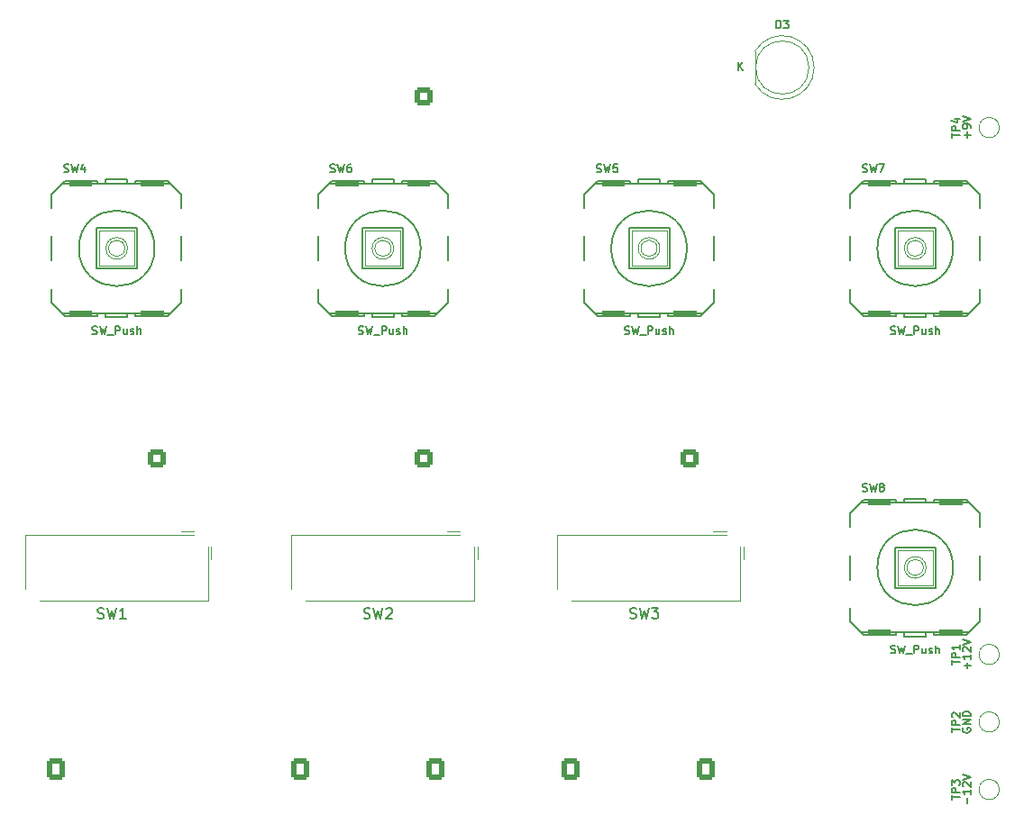
<source format=gto>
%TF.GenerationSoftware,KiCad,Pcbnew,7.0.0-da2b9df05c~163~ubuntu22.04.1*%
%TF.CreationDate,2023-02-20T22:34:01-05:00*%
%TF.ProjectId,dso138,64736f31-3338-42e6-9b69-6361645f7063,rev?*%
%TF.SameCoordinates,Original*%
%TF.FileFunction,Legend,Top*%
%TF.FilePolarity,Positive*%
%FSLAX46Y46*%
G04 Gerber Fmt 4.6, Leading zero omitted, Abs format (unit mm)*
G04 Created by KiCad (PCBNEW 7.0.0-da2b9df05c~163~ubuntu22.04.1) date 2023-02-20 22:34:01*
%MOMM*%
%LPD*%
G01*
G04 APERTURE LIST*
G04 Aperture macros list*
%AMRoundRect*
0 Rectangle with rounded corners*
0 $1 Rounding radius*
0 $2 $3 $4 $5 $6 $7 $8 $9 X,Y pos of 4 corners*
0 Add a 4 corners polygon primitive as box body*
4,1,4,$2,$3,$4,$5,$6,$7,$8,$9,$2,$3,0*
0 Add four circle primitives for the rounded corners*
1,1,$1+$1,$2,$3*
1,1,$1+$1,$4,$5*
1,1,$1+$1,$6,$7*
1,1,$1+$1,$8,$9*
0 Add four rect primitives between the rounded corners*
20,1,$1+$1,$2,$3,$4,$5,0*
20,1,$1+$1,$4,$5,$6,$7,0*
20,1,$1+$1,$6,$7,$8,$9,0*
20,1,$1+$1,$8,$9,$2,$3,0*%
G04 Aperture macros list end*
%ADD10C,0.150000*%
%ADD11C,0.120000*%
%ADD12C,0.152400*%
%ADD13C,0.050800*%
%ADD14C,5.600000*%
%ADD15C,1.500000*%
%ADD16O,3.810000X2.006600*%
%ADD17R,1.800000X1.800000*%
%ADD18C,1.800000*%
%ADD19C,1.600000*%
%ADD20R,1.600000X1.600000*%
%ADD21RoundRect,0.250000X0.600000X-0.600000X0.600000X0.600000X-0.600000X0.600000X-0.600000X-0.600000X0*%
%ADD22C,1.700000*%
%ADD23RoundRect,0.250000X-0.600000X-0.750000X0.600000X-0.750000X0.600000X0.750000X-0.600000X0.750000X0*%
%ADD24O,1.700000X2.000000*%
%ADD25O,3.500000X3.500000*%
%ADD26R,2.000000X1.905000*%
%ADD27O,2.000000X1.905000*%
%ADD28R,2.200000X2.200000*%
%ADD29O,2.200000X2.200000*%
%ADD30O,1.600000X1.600000*%
%ADD31R,1.600000X2.400000*%
%ADD32O,1.600000X2.400000*%
%ADD33R,1.727200X1.727200*%
%ADD34O,1.727200X1.727200*%
G04 APERTURE END LIST*
D10*
%TO.C,TP3*%
X140927535Y-156826428D02*
X140927535Y-156397857D01*
X141677535Y-156612142D02*
X140927535Y-156612142D01*
X141677535Y-156147856D02*
X140927535Y-156147856D01*
X140927535Y-156147856D02*
X140927535Y-155862142D01*
X140927535Y-155862142D02*
X140963250Y-155790713D01*
X140963250Y-155790713D02*
X140998964Y-155754999D01*
X140998964Y-155754999D02*
X141070392Y-155719285D01*
X141070392Y-155719285D02*
X141177535Y-155719285D01*
X141177535Y-155719285D02*
X141248964Y-155754999D01*
X141248964Y-155754999D02*
X141284678Y-155790713D01*
X141284678Y-155790713D02*
X141320392Y-155862142D01*
X141320392Y-155862142D02*
X141320392Y-156147856D01*
X140927535Y-155469285D02*
X140927535Y-155004999D01*
X140927535Y-155004999D02*
X141213250Y-155254999D01*
X141213250Y-155254999D02*
X141213250Y-155147856D01*
X141213250Y-155147856D02*
X141248964Y-155076428D01*
X141248964Y-155076428D02*
X141284678Y-155040713D01*
X141284678Y-155040713D02*
X141356107Y-155004999D01*
X141356107Y-155004999D02*
X141534678Y-155004999D01*
X141534678Y-155004999D02*
X141606107Y-155040713D01*
X141606107Y-155040713D02*
X141641821Y-155076428D01*
X141641821Y-155076428D02*
X141677535Y-155147856D01*
X141677535Y-155147856D02*
X141677535Y-155362142D01*
X141677535Y-155362142D02*
X141641821Y-155433570D01*
X141641821Y-155433570D02*
X141606107Y-155469285D01*
X142407821Y-157201428D02*
X142407821Y-156630000D01*
X142693535Y-155880000D02*
X142693535Y-156308571D01*
X142693535Y-156094286D02*
X141943535Y-156094286D01*
X141943535Y-156094286D02*
X142050678Y-156165714D01*
X142050678Y-156165714D02*
X142122107Y-156237143D01*
X142122107Y-156237143D02*
X142157821Y-156308571D01*
X142014964Y-155594285D02*
X141979250Y-155558571D01*
X141979250Y-155558571D02*
X141943535Y-155487143D01*
X141943535Y-155487143D02*
X141943535Y-155308571D01*
X141943535Y-155308571D02*
X141979250Y-155237143D01*
X141979250Y-155237143D02*
X142014964Y-155201428D01*
X142014964Y-155201428D02*
X142086392Y-155165714D01*
X142086392Y-155165714D02*
X142157821Y-155165714D01*
X142157821Y-155165714D02*
X142264964Y-155201428D01*
X142264964Y-155201428D02*
X142693535Y-155630000D01*
X142693535Y-155630000D02*
X142693535Y-155165714D01*
X141943535Y-154951428D02*
X142693535Y-154701428D01*
X142693535Y-154701428D02*
X141943535Y-154451428D01*
%TO.C,SW5*%
X107562857Y-97816071D02*
X107670000Y-97851785D01*
X107670000Y-97851785D02*
X107848571Y-97851785D01*
X107848571Y-97851785D02*
X107920000Y-97816071D01*
X107920000Y-97816071D02*
X107955714Y-97780357D01*
X107955714Y-97780357D02*
X107991428Y-97708928D01*
X107991428Y-97708928D02*
X107991428Y-97637500D01*
X107991428Y-97637500D02*
X107955714Y-97566071D01*
X107955714Y-97566071D02*
X107920000Y-97530357D01*
X107920000Y-97530357D02*
X107848571Y-97494642D01*
X107848571Y-97494642D02*
X107705714Y-97458928D01*
X107705714Y-97458928D02*
X107634285Y-97423214D01*
X107634285Y-97423214D02*
X107598571Y-97387500D01*
X107598571Y-97387500D02*
X107562857Y-97316071D01*
X107562857Y-97316071D02*
X107562857Y-97244642D01*
X107562857Y-97244642D02*
X107598571Y-97173214D01*
X107598571Y-97173214D02*
X107634285Y-97137500D01*
X107634285Y-97137500D02*
X107705714Y-97101785D01*
X107705714Y-97101785D02*
X107884285Y-97101785D01*
X107884285Y-97101785D02*
X107991428Y-97137500D01*
X108241428Y-97101785D02*
X108420000Y-97851785D01*
X108420000Y-97851785D02*
X108562857Y-97316071D01*
X108562857Y-97316071D02*
X108705714Y-97851785D01*
X108705714Y-97851785D02*
X108884286Y-97101785D01*
X109527143Y-97101785D02*
X109170000Y-97101785D01*
X109170000Y-97101785D02*
X109134286Y-97458928D01*
X109134286Y-97458928D02*
X109170000Y-97423214D01*
X109170000Y-97423214D02*
X109241429Y-97387500D01*
X109241429Y-97387500D02*
X109420000Y-97387500D01*
X109420000Y-97387500D02*
X109491429Y-97423214D01*
X109491429Y-97423214D02*
X109527143Y-97458928D01*
X109527143Y-97458928D02*
X109562857Y-97530357D01*
X109562857Y-97530357D02*
X109562857Y-97708928D01*
X109562857Y-97708928D02*
X109527143Y-97780357D01*
X109527143Y-97780357D02*
X109491429Y-97816071D01*
X109491429Y-97816071D02*
X109420000Y-97851785D01*
X109420000Y-97851785D02*
X109241429Y-97851785D01*
X109241429Y-97851785D02*
X109170000Y-97816071D01*
X109170000Y-97816071D02*
X109134286Y-97780357D01*
X110214286Y-113039821D02*
X110321429Y-113075535D01*
X110321429Y-113075535D02*
X110500000Y-113075535D01*
X110500000Y-113075535D02*
X110571429Y-113039821D01*
X110571429Y-113039821D02*
X110607143Y-113004107D01*
X110607143Y-113004107D02*
X110642857Y-112932678D01*
X110642857Y-112932678D02*
X110642857Y-112861250D01*
X110642857Y-112861250D02*
X110607143Y-112789821D01*
X110607143Y-112789821D02*
X110571429Y-112754107D01*
X110571429Y-112754107D02*
X110500000Y-112718392D01*
X110500000Y-112718392D02*
X110357143Y-112682678D01*
X110357143Y-112682678D02*
X110285714Y-112646964D01*
X110285714Y-112646964D02*
X110250000Y-112611250D01*
X110250000Y-112611250D02*
X110214286Y-112539821D01*
X110214286Y-112539821D02*
X110214286Y-112468392D01*
X110214286Y-112468392D02*
X110250000Y-112396964D01*
X110250000Y-112396964D02*
X110285714Y-112361250D01*
X110285714Y-112361250D02*
X110357143Y-112325535D01*
X110357143Y-112325535D02*
X110535714Y-112325535D01*
X110535714Y-112325535D02*
X110642857Y-112361250D01*
X110892857Y-112325535D02*
X111071429Y-113075535D01*
X111071429Y-113075535D02*
X111214286Y-112539821D01*
X111214286Y-112539821D02*
X111357143Y-113075535D01*
X111357143Y-113075535D02*
X111535715Y-112325535D01*
X111642858Y-113146964D02*
X112214286Y-113146964D01*
X112392858Y-113075535D02*
X112392858Y-112325535D01*
X112392858Y-112325535D02*
X112678572Y-112325535D01*
X112678572Y-112325535D02*
X112750001Y-112361250D01*
X112750001Y-112361250D02*
X112785715Y-112396964D01*
X112785715Y-112396964D02*
X112821429Y-112468392D01*
X112821429Y-112468392D02*
X112821429Y-112575535D01*
X112821429Y-112575535D02*
X112785715Y-112646964D01*
X112785715Y-112646964D02*
X112750001Y-112682678D01*
X112750001Y-112682678D02*
X112678572Y-112718392D01*
X112678572Y-112718392D02*
X112392858Y-112718392D01*
X113464287Y-112575535D02*
X113464287Y-113075535D01*
X113142858Y-112575535D02*
X113142858Y-112968392D01*
X113142858Y-112968392D02*
X113178572Y-113039821D01*
X113178572Y-113039821D02*
X113250001Y-113075535D01*
X113250001Y-113075535D02*
X113357144Y-113075535D01*
X113357144Y-113075535D02*
X113428572Y-113039821D01*
X113428572Y-113039821D02*
X113464287Y-113004107D01*
X113785715Y-113039821D02*
X113857143Y-113075535D01*
X113857143Y-113075535D02*
X114000000Y-113075535D01*
X114000000Y-113075535D02*
X114071429Y-113039821D01*
X114071429Y-113039821D02*
X114107143Y-112968392D01*
X114107143Y-112968392D02*
X114107143Y-112932678D01*
X114107143Y-112932678D02*
X114071429Y-112861250D01*
X114071429Y-112861250D02*
X114000000Y-112825535D01*
X114000000Y-112825535D02*
X113892858Y-112825535D01*
X113892858Y-112825535D02*
X113821429Y-112789821D01*
X113821429Y-112789821D02*
X113785715Y-112718392D01*
X113785715Y-112718392D02*
X113785715Y-112682678D01*
X113785715Y-112682678D02*
X113821429Y-112611250D01*
X113821429Y-112611250D02*
X113892858Y-112575535D01*
X113892858Y-112575535D02*
X114000000Y-112575535D01*
X114000000Y-112575535D02*
X114071429Y-112611250D01*
X114428572Y-113075535D02*
X114428572Y-112325535D01*
X114750001Y-113075535D02*
X114750001Y-112682678D01*
X114750001Y-112682678D02*
X114714286Y-112611250D01*
X114714286Y-112611250D02*
X114642858Y-112575535D01*
X114642858Y-112575535D02*
X114535715Y-112575535D01*
X114535715Y-112575535D02*
X114464286Y-112611250D01*
X114464286Y-112611250D02*
X114428572Y-112646964D01*
%TO.C,SW4*%
X57562857Y-97816071D02*
X57670000Y-97851785D01*
X57670000Y-97851785D02*
X57848571Y-97851785D01*
X57848571Y-97851785D02*
X57920000Y-97816071D01*
X57920000Y-97816071D02*
X57955714Y-97780357D01*
X57955714Y-97780357D02*
X57991428Y-97708928D01*
X57991428Y-97708928D02*
X57991428Y-97637500D01*
X57991428Y-97637500D02*
X57955714Y-97566071D01*
X57955714Y-97566071D02*
X57920000Y-97530357D01*
X57920000Y-97530357D02*
X57848571Y-97494642D01*
X57848571Y-97494642D02*
X57705714Y-97458928D01*
X57705714Y-97458928D02*
X57634285Y-97423214D01*
X57634285Y-97423214D02*
X57598571Y-97387500D01*
X57598571Y-97387500D02*
X57562857Y-97316071D01*
X57562857Y-97316071D02*
X57562857Y-97244642D01*
X57562857Y-97244642D02*
X57598571Y-97173214D01*
X57598571Y-97173214D02*
X57634285Y-97137500D01*
X57634285Y-97137500D02*
X57705714Y-97101785D01*
X57705714Y-97101785D02*
X57884285Y-97101785D01*
X57884285Y-97101785D02*
X57991428Y-97137500D01*
X58241428Y-97101785D02*
X58420000Y-97851785D01*
X58420000Y-97851785D02*
X58562857Y-97316071D01*
X58562857Y-97316071D02*
X58705714Y-97851785D01*
X58705714Y-97851785D02*
X58884286Y-97101785D01*
X59491429Y-97351785D02*
X59491429Y-97851785D01*
X59312857Y-97066071D02*
X59134286Y-97601785D01*
X59134286Y-97601785D02*
X59598571Y-97601785D01*
X60214286Y-113039821D02*
X60321429Y-113075535D01*
X60321429Y-113075535D02*
X60500000Y-113075535D01*
X60500000Y-113075535D02*
X60571429Y-113039821D01*
X60571429Y-113039821D02*
X60607143Y-113004107D01*
X60607143Y-113004107D02*
X60642857Y-112932678D01*
X60642857Y-112932678D02*
X60642857Y-112861250D01*
X60642857Y-112861250D02*
X60607143Y-112789821D01*
X60607143Y-112789821D02*
X60571429Y-112754107D01*
X60571429Y-112754107D02*
X60500000Y-112718392D01*
X60500000Y-112718392D02*
X60357143Y-112682678D01*
X60357143Y-112682678D02*
X60285714Y-112646964D01*
X60285714Y-112646964D02*
X60250000Y-112611250D01*
X60250000Y-112611250D02*
X60214286Y-112539821D01*
X60214286Y-112539821D02*
X60214286Y-112468392D01*
X60214286Y-112468392D02*
X60250000Y-112396964D01*
X60250000Y-112396964D02*
X60285714Y-112361250D01*
X60285714Y-112361250D02*
X60357143Y-112325535D01*
X60357143Y-112325535D02*
X60535714Y-112325535D01*
X60535714Y-112325535D02*
X60642857Y-112361250D01*
X60892857Y-112325535D02*
X61071429Y-113075535D01*
X61071429Y-113075535D02*
X61214286Y-112539821D01*
X61214286Y-112539821D02*
X61357143Y-113075535D01*
X61357143Y-113075535D02*
X61535715Y-112325535D01*
X61642858Y-113146964D02*
X62214286Y-113146964D01*
X62392858Y-113075535D02*
X62392858Y-112325535D01*
X62392858Y-112325535D02*
X62678572Y-112325535D01*
X62678572Y-112325535D02*
X62750001Y-112361250D01*
X62750001Y-112361250D02*
X62785715Y-112396964D01*
X62785715Y-112396964D02*
X62821429Y-112468392D01*
X62821429Y-112468392D02*
X62821429Y-112575535D01*
X62821429Y-112575535D02*
X62785715Y-112646964D01*
X62785715Y-112646964D02*
X62750001Y-112682678D01*
X62750001Y-112682678D02*
X62678572Y-112718392D01*
X62678572Y-112718392D02*
X62392858Y-112718392D01*
X63464287Y-112575535D02*
X63464287Y-113075535D01*
X63142858Y-112575535D02*
X63142858Y-112968392D01*
X63142858Y-112968392D02*
X63178572Y-113039821D01*
X63178572Y-113039821D02*
X63250001Y-113075535D01*
X63250001Y-113075535D02*
X63357144Y-113075535D01*
X63357144Y-113075535D02*
X63428572Y-113039821D01*
X63428572Y-113039821D02*
X63464287Y-113004107D01*
X63785715Y-113039821D02*
X63857143Y-113075535D01*
X63857143Y-113075535D02*
X64000000Y-113075535D01*
X64000000Y-113075535D02*
X64071429Y-113039821D01*
X64071429Y-113039821D02*
X64107143Y-112968392D01*
X64107143Y-112968392D02*
X64107143Y-112932678D01*
X64107143Y-112932678D02*
X64071429Y-112861250D01*
X64071429Y-112861250D02*
X64000000Y-112825535D01*
X64000000Y-112825535D02*
X63892858Y-112825535D01*
X63892858Y-112825535D02*
X63821429Y-112789821D01*
X63821429Y-112789821D02*
X63785715Y-112718392D01*
X63785715Y-112718392D02*
X63785715Y-112682678D01*
X63785715Y-112682678D02*
X63821429Y-112611250D01*
X63821429Y-112611250D02*
X63892858Y-112575535D01*
X63892858Y-112575535D02*
X64000000Y-112575535D01*
X64000000Y-112575535D02*
X64071429Y-112611250D01*
X64428572Y-113075535D02*
X64428572Y-112325535D01*
X64750001Y-113075535D02*
X64750001Y-112682678D01*
X64750001Y-112682678D02*
X64714286Y-112611250D01*
X64714286Y-112611250D02*
X64642858Y-112575535D01*
X64642858Y-112575535D02*
X64535715Y-112575535D01*
X64535715Y-112575535D02*
X64464286Y-112611250D01*
X64464286Y-112611250D02*
X64428572Y-112646964D01*
%TO.C,D3*%
X124460428Y-84315535D02*
X124460428Y-83565535D01*
X124460428Y-83565535D02*
X124638999Y-83565535D01*
X124638999Y-83565535D02*
X124746142Y-83601250D01*
X124746142Y-83601250D02*
X124817571Y-83672678D01*
X124817571Y-83672678D02*
X124853285Y-83744107D01*
X124853285Y-83744107D02*
X124888999Y-83886964D01*
X124888999Y-83886964D02*
X124888999Y-83994107D01*
X124888999Y-83994107D02*
X124853285Y-84136964D01*
X124853285Y-84136964D02*
X124817571Y-84208392D01*
X124817571Y-84208392D02*
X124746142Y-84279821D01*
X124746142Y-84279821D02*
X124638999Y-84315535D01*
X124638999Y-84315535D02*
X124460428Y-84315535D01*
X125138999Y-83565535D02*
X125603285Y-83565535D01*
X125603285Y-83565535D02*
X125353285Y-83851250D01*
X125353285Y-83851250D02*
X125460428Y-83851250D01*
X125460428Y-83851250D02*
X125531857Y-83886964D01*
X125531857Y-83886964D02*
X125567571Y-83922678D01*
X125567571Y-83922678D02*
X125603285Y-83994107D01*
X125603285Y-83994107D02*
X125603285Y-84172678D01*
X125603285Y-84172678D02*
X125567571Y-84244107D01*
X125567571Y-84244107D02*
X125531857Y-84279821D01*
X125531857Y-84279821D02*
X125460428Y-84315535D01*
X125460428Y-84315535D02*
X125246142Y-84315535D01*
X125246142Y-84315535D02*
X125174714Y-84279821D01*
X125174714Y-84279821D02*
X125138999Y-84244107D01*
X120847571Y-88275535D02*
X120847571Y-87525535D01*
X121276142Y-88275535D02*
X120954714Y-87846964D01*
X121276142Y-87525535D02*
X120847571Y-87954107D01*
%TO.C,TP4*%
X140927535Y-94596428D02*
X140927535Y-94167857D01*
X141677535Y-94382142D02*
X140927535Y-94382142D01*
X141677535Y-93917856D02*
X140927535Y-93917856D01*
X140927535Y-93917856D02*
X140927535Y-93632142D01*
X140927535Y-93632142D02*
X140963250Y-93560713D01*
X140963250Y-93560713D02*
X140998964Y-93524999D01*
X140998964Y-93524999D02*
X141070392Y-93489285D01*
X141070392Y-93489285D02*
X141177535Y-93489285D01*
X141177535Y-93489285D02*
X141248964Y-93524999D01*
X141248964Y-93524999D02*
X141284678Y-93560713D01*
X141284678Y-93560713D02*
X141320392Y-93632142D01*
X141320392Y-93632142D02*
X141320392Y-93917856D01*
X141177535Y-92846428D02*
X141677535Y-92846428D01*
X140891821Y-93024999D02*
X141427535Y-93203570D01*
X141427535Y-93203570D02*
X141427535Y-92739285D01*
X142407821Y-94614285D02*
X142407821Y-94042857D01*
X142693535Y-94328571D02*
X142122107Y-94328571D01*
X142693535Y-93650000D02*
X142693535Y-93507143D01*
X142693535Y-93507143D02*
X142657821Y-93435714D01*
X142657821Y-93435714D02*
X142622107Y-93400000D01*
X142622107Y-93400000D02*
X142514964Y-93328571D01*
X142514964Y-93328571D02*
X142372107Y-93292857D01*
X142372107Y-93292857D02*
X142086392Y-93292857D01*
X142086392Y-93292857D02*
X142014964Y-93328571D01*
X142014964Y-93328571D02*
X141979250Y-93364286D01*
X141979250Y-93364286D02*
X141943535Y-93435714D01*
X141943535Y-93435714D02*
X141943535Y-93578571D01*
X141943535Y-93578571D02*
X141979250Y-93650000D01*
X141979250Y-93650000D02*
X142014964Y-93685714D01*
X142014964Y-93685714D02*
X142086392Y-93721428D01*
X142086392Y-93721428D02*
X142264964Y-93721428D01*
X142264964Y-93721428D02*
X142336392Y-93685714D01*
X142336392Y-93685714D02*
X142372107Y-93650000D01*
X142372107Y-93650000D02*
X142407821Y-93578571D01*
X142407821Y-93578571D02*
X142407821Y-93435714D01*
X142407821Y-93435714D02*
X142372107Y-93364286D01*
X142372107Y-93364286D02*
X142336392Y-93328571D01*
X142336392Y-93328571D02*
X142264964Y-93292857D01*
X141943535Y-93078571D02*
X142693535Y-92828571D01*
X142693535Y-92828571D02*
X141943535Y-92578571D01*
%TO.C,SW6*%
X82562857Y-97816071D02*
X82670000Y-97851785D01*
X82670000Y-97851785D02*
X82848571Y-97851785D01*
X82848571Y-97851785D02*
X82920000Y-97816071D01*
X82920000Y-97816071D02*
X82955714Y-97780357D01*
X82955714Y-97780357D02*
X82991428Y-97708928D01*
X82991428Y-97708928D02*
X82991428Y-97637500D01*
X82991428Y-97637500D02*
X82955714Y-97566071D01*
X82955714Y-97566071D02*
X82920000Y-97530357D01*
X82920000Y-97530357D02*
X82848571Y-97494642D01*
X82848571Y-97494642D02*
X82705714Y-97458928D01*
X82705714Y-97458928D02*
X82634285Y-97423214D01*
X82634285Y-97423214D02*
X82598571Y-97387500D01*
X82598571Y-97387500D02*
X82562857Y-97316071D01*
X82562857Y-97316071D02*
X82562857Y-97244642D01*
X82562857Y-97244642D02*
X82598571Y-97173214D01*
X82598571Y-97173214D02*
X82634285Y-97137500D01*
X82634285Y-97137500D02*
X82705714Y-97101785D01*
X82705714Y-97101785D02*
X82884285Y-97101785D01*
X82884285Y-97101785D02*
X82991428Y-97137500D01*
X83241428Y-97101785D02*
X83420000Y-97851785D01*
X83420000Y-97851785D02*
X83562857Y-97316071D01*
X83562857Y-97316071D02*
X83705714Y-97851785D01*
X83705714Y-97851785D02*
X83884286Y-97101785D01*
X84491429Y-97101785D02*
X84348571Y-97101785D01*
X84348571Y-97101785D02*
X84277143Y-97137500D01*
X84277143Y-97137500D02*
X84241429Y-97173214D01*
X84241429Y-97173214D02*
X84170000Y-97280357D01*
X84170000Y-97280357D02*
X84134286Y-97423214D01*
X84134286Y-97423214D02*
X84134286Y-97708928D01*
X84134286Y-97708928D02*
X84170000Y-97780357D01*
X84170000Y-97780357D02*
X84205714Y-97816071D01*
X84205714Y-97816071D02*
X84277143Y-97851785D01*
X84277143Y-97851785D02*
X84420000Y-97851785D01*
X84420000Y-97851785D02*
X84491429Y-97816071D01*
X84491429Y-97816071D02*
X84527143Y-97780357D01*
X84527143Y-97780357D02*
X84562857Y-97708928D01*
X84562857Y-97708928D02*
X84562857Y-97530357D01*
X84562857Y-97530357D02*
X84527143Y-97458928D01*
X84527143Y-97458928D02*
X84491429Y-97423214D01*
X84491429Y-97423214D02*
X84420000Y-97387500D01*
X84420000Y-97387500D02*
X84277143Y-97387500D01*
X84277143Y-97387500D02*
X84205714Y-97423214D01*
X84205714Y-97423214D02*
X84170000Y-97458928D01*
X84170000Y-97458928D02*
X84134286Y-97530357D01*
X85214286Y-113039821D02*
X85321429Y-113075535D01*
X85321429Y-113075535D02*
X85500000Y-113075535D01*
X85500000Y-113075535D02*
X85571429Y-113039821D01*
X85571429Y-113039821D02*
X85607143Y-113004107D01*
X85607143Y-113004107D02*
X85642857Y-112932678D01*
X85642857Y-112932678D02*
X85642857Y-112861250D01*
X85642857Y-112861250D02*
X85607143Y-112789821D01*
X85607143Y-112789821D02*
X85571429Y-112754107D01*
X85571429Y-112754107D02*
X85500000Y-112718392D01*
X85500000Y-112718392D02*
X85357143Y-112682678D01*
X85357143Y-112682678D02*
X85285714Y-112646964D01*
X85285714Y-112646964D02*
X85250000Y-112611250D01*
X85250000Y-112611250D02*
X85214286Y-112539821D01*
X85214286Y-112539821D02*
X85214286Y-112468392D01*
X85214286Y-112468392D02*
X85250000Y-112396964D01*
X85250000Y-112396964D02*
X85285714Y-112361250D01*
X85285714Y-112361250D02*
X85357143Y-112325535D01*
X85357143Y-112325535D02*
X85535714Y-112325535D01*
X85535714Y-112325535D02*
X85642857Y-112361250D01*
X85892857Y-112325535D02*
X86071429Y-113075535D01*
X86071429Y-113075535D02*
X86214286Y-112539821D01*
X86214286Y-112539821D02*
X86357143Y-113075535D01*
X86357143Y-113075535D02*
X86535715Y-112325535D01*
X86642858Y-113146964D02*
X87214286Y-113146964D01*
X87392858Y-113075535D02*
X87392858Y-112325535D01*
X87392858Y-112325535D02*
X87678572Y-112325535D01*
X87678572Y-112325535D02*
X87750001Y-112361250D01*
X87750001Y-112361250D02*
X87785715Y-112396964D01*
X87785715Y-112396964D02*
X87821429Y-112468392D01*
X87821429Y-112468392D02*
X87821429Y-112575535D01*
X87821429Y-112575535D02*
X87785715Y-112646964D01*
X87785715Y-112646964D02*
X87750001Y-112682678D01*
X87750001Y-112682678D02*
X87678572Y-112718392D01*
X87678572Y-112718392D02*
X87392858Y-112718392D01*
X88464287Y-112575535D02*
X88464287Y-113075535D01*
X88142858Y-112575535D02*
X88142858Y-112968392D01*
X88142858Y-112968392D02*
X88178572Y-113039821D01*
X88178572Y-113039821D02*
X88250001Y-113075535D01*
X88250001Y-113075535D02*
X88357144Y-113075535D01*
X88357144Y-113075535D02*
X88428572Y-113039821D01*
X88428572Y-113039821D02*
X88464287Y-113004107D01*
X88785715Y-113039821D02*
X88857143Y-113075535D01*
X88857143Y-113075535D02*
X89000000Y-113075535D01*
X89000000Y-113075535D02*
X89071429Y-113039821D01*
X89071429Y-113039821D02*
X89107143Y-112968392D01*
X89107143Y-112968392D02*
X89107143Y-112932678D01*
X89107143Y-112932678D02*
X89071429Y-112861250D01*
X89071429Y-112861250D02*
X89000000Y-112825535D01*
X89000000Y-112825535D02*
X88892858Y-112825535D01*
X88892858Y-112825535D02*
X88821429Y-112789821D01*
X88821429Y-112789821D02*
X88785715Y-112718392D01*
X88785715Y-112718392D02*
X88785715Y-112682678D01*
X88785715Y-112682678D02*
X88821429Y-112611250D01*
X88821429Y-112611250D02*
X88892858Y-112575535D01*
X88892858Y-112575535D02*
X89000000Y-112575535D01*
X89000000Y-112575535D02*
X89071429Y-112611250D01*
X89428572Y-113075535D02*
X89428572Y-112325535D01*
X89750001Y-113075535D02*
X89750001Y-112682678D01*
X89750001Y-112682678D02*
X89714286Y-112611250D01*
X89714286Y-112611250D02*
X89642858Y-112575535D01*
X89642858Y-112575535D02*
X89535715Y-112575535D01*
X89535715Y-112575535D02*
X89464286Y-112611250D01*
X89464286Y-112611250D02*
X89428572Y-112646964D01*
%TO.C,SW2*%
X85709467Y-139750161D02*
X85852324Y-139797780D01*
X85852324Y-139797780D02*
X86090419Y-139797780D01*
X86090419Y-139797780D02*
X86185657Y-139750161D01*
X86185657Y-139750161D02*
X86233276Y-139702542D01*
X86233276Y-139702542D02*
X86280895Y-139607304D01*
X86280895Y-139607304D02*
X86280895Y-139512066D01*
X86280895Y-139512066D02*
X86233276Y-139416828D01*
X86233276Y-139416828D02*
X86185657Y-139369209D01*
X86185657Y-139369209D02*
X86090419Y-139321590D01*
X86090419Y-139321590D02*
X85899943Y-139273971D01*
X85899943Y-139273971D02*
X85804705Y-139226352D01*
X85804705Y-139226352D02*
X85757086Y-139178733D01*
X85757086Y-139178733D02*
X85709467Y-139083495D01*
X85709467Y-139083495D02*
X85709467Y-138988257D01*
X85709467Y-138988257D02*
X85757086Y-138893019D01*
X85757086Y-138893019D02*
X85804705Y-138845400D01*
X85804705Y-138845400D02*
X85899943Y-138797780D01*
X85899943Y-138797780D02*
X86138038Y-138797780D01*
X86138038Y-138797780D02*
X86280895Y-138845400D01*
X86614229Y-138797780D02*
X86852324Y-139797780D01*
X86852324Y-139797780D02*
X87042800Y-139083495D01*
X87042800Y-139083495D02*
X87233276Y-139797780D01*
X87233276Y-139797780D02*
X87471372Y-138797780D01*
X87804705Y-138893019D02*
X87852324Y-138845400D01*
X87852324Y-138845400D02*
X87947562Y-138797780D01*
X87947562Y-138797780D02*
X88185657Y-138797780D01*
X88185657Y-138797780D02*
X88280895Y-138845400D01*
X88280895Y-138845400D02*
X88328514Y-138893019D01*
X88328514Y-138893019D02*
X88376133Y-138988257D01*
X88376133Y-138988257D02*
X88376133Y-139083495D01*
X88376133Y-139083495D02*
X88328514Y-139226352D01*
X88328514Y-139226352D02*
X87757086Y-139797780D01*
X87757086Y-139797780D02*
X88376133Y-139797780D01*
%TO.C,TP1*%
X140927535Y-144126428D02*
X140927535Y-143697857D01*
X141677535Y-143912142D02*
X140927535Y-143912142D01*
X141677535Y-143447856D02*
X140927535Y-143447856D01*
X140927535Y-143447856D02*
X140927535Y-143162142D01*
X140927535Y-143162142D02*
X140963250Y-143090713D01*
X140963250Y-143090713D02*
X140998964Y-143054999D01*
X140998964Y-143054999D02*
X141070392Y-143019285D01*
X141070392Y-143019285D02*
X141177535Y-143019285D01*
X141177535Y-143019285D02*
X141248964Y-143054999D01*
X141248964Y-143054999D02*
X141284678Y-143090713D01*
X141284678Y-143090713D02*
X141320392Y-143162142D01*
X141320392Y-143162142D02*
X141320392Y-143447856D01*
X141677535Y-142304999D02*
X141677535Y-142733570D01*
X141677535Y-142519285D02*
X140927535Y-142519285D01*
X140927535Y-142519285D02*
X141034678Y-142590713D01*
X141034678Y-142590713D02*
X141106107Y-142662142D01*
X141106107Y-142662142D02*
X141141821Y-142733570D01*
X142407821Y-144501428D02*
X142407821Y-143930000D01*
X142693535Y-144215714D02*
X142122107Y-144215714D01*
X142693535Y-143180000D02*
X142693535Y-143608571D01*
X142693535Y-143394286D02*
X141943535Y-143394286D01*
X141943535Y-143394286D02*
X142050678Y-143465714D01*
X142050678Y-143465714D02*
X142122107Y-143537143D01*
X142122107Y-143537143D02*
X142157821Y-143608571D01*
X142014964Y-142894285D02*
X141979250Y-142858571D01*
X141979250Y-142858571D02*
X141943535Y-142787143D01*
X141943535Y-142787143D02*
X141943535Y-142608571D01*
X141943535Y-142608571D02*
X141979250Y-142537143D01*
X141979250Y-142537143D02*
X142014964Y-142501428D01*
X142014964Y-142501428D02*
X142086392Y-142465714D01*
X142086392Y-142465714D02*
X142157821Y-142465714D01*
X142157821Y-142465714D02*
X142264964Y-142501428D01*
X142264964Y-142501428D02*
X142693535Y-142930000D01*
X142693535Y-142930000D02*
X142693535Y-142465714D01*
X141943535Y-142251428D02*
X142693535Y-142001428D01*
X142693535Y-142001428D02*
X141943535Y-141751428D01*
%TO.C,SW3*%
X110709467Y-139750161D02*
X110852324Y-139797780D01*
X110852324Y-139797780D02*
X111090419Y-139797780D01*
X111090419Y-139797780D02*
X111185657Y-139750161D01*
X111185657Y-139750161D02*
X111233276Y-139702542D01*
X111233276Y-139702542D02*
X111280895Y-139607304D01*
X111280895Y-139607304D02*
X111280895Y-139512066D01*
X111280895Y-139512066D02*
X111233276Y-139416828D01*
X111233276Y-139416828D02*
X111185657Y-139369209D01*
X111185657Y-139369209D02*
X111090419Y-139321590D01*
X111090419Y-139321590D02*
X110899943Y-139273971D01*
X110899943Y-139273971D02*
X110804705Y-139226352D01*
X110804705Y-139226352D02*
X110757086Y-139178733D01*
X110757086Y-139178733D02*
X110709467Y-139083495D01*
X110709467Y-139083495D02*
X110709467Y-138988257D01*
X110709467Y-138988257D02*
X110757086Y-138893019D01*
X110757086Y-138893019D02*
X110804705Y-138845400D01*
X110804705Y-138845400D02*
X110899943Y-138797780D01*
X110899943Y-138797780D02*
X111138038Y-138797780D01*
X111138038Y-138797780D02*
X111280895Y-138845400D01*
X111614229Y-138797780D02*
X111852324Y-139797780D01*
X111852324Y-139797780D02*
X112042800Y-139083495D01*
X112042800Y-139083495D02*
X112233276Y-139797780D01*
X112233276Y-139797780D02*
X112471372Y-138797780D01*
X112757086Y-138797780D02*
X113376133Y-138797780D01*
X113376133Y-138797780D02*
X113042800Y-139178733D01*
X113042800Y-139178733D02*
X113185657Y-139178733D01*
X113185657Y-139178733D02*
X113280895Y-139226352D01*
X113280895Y-139226352D02*
X113328514Y-139273971D01*
X113328514Y-139273971D02*
X113376133Y-139369209D01*
X113376133Y-139369209D02*
X113376133Y-139607304D01*
X113376133Y-139607304D02*
X113328514Y-139702542D01*
X113328514Y-139702542D02*
X113280895Y-139750161D01*
X113280895Y-139750161D02*
X113185657Y-139797780D01*
X113185657Y-139797780D02*
X112899943Y-139797780D01*
X112899943Y-139797780D02*
X112804705Y-139750161D01*
X112804705Y-139750161D02*
X112757086Y-139702542D01*
%TO.C,SW7*%
X132562857Y-97816071D02*
X132670000Y-97851785D01*
X132670000Y-97851785D02*
X132848571Y-97851785D01*
X132848571Y-97851785D02*
X132920000Y-97816071D01*
X132920000Y-97816071D02*
X132955714Y-97780357D01*
X132955714Y-97780357D02*
X132991428Y-97708928D01*
X132991428Y-97708928D02*
X132991428Y-97637500D01*
X132991428Y-97637500D02*
X132955714Y-97566071D01*
X132955714Y-97566071D02*
X132920000Y-97530357D01*
X132920000Y-97530357D02*
X132848571Y-97494642D01*
X132848571Y-97494642D02*
X132705714Y-97458928D01*
X132705714Y-97458928D02*
X132634285Y-97423214D01*
X132634285Y-97423214D02*
X132598571Y-97387500D01*
X132598571Y-97387500D02*
X132562857Y-97316071D01*
X132562857Y-97316071D02*
X132562857Y-97244642D01*
X132562857Y-97244642D02*
X132598571Y-97173214D01*
X132598571Y-97173214D02*
X132634285Y-97137500D01*
X132634285Y-97137500D02*
X132705714Y-97101785D01*
X132705714Y-97101785D02*
X132884285Y-97101785D01*
X132884285Y-97101785D02*
X132991428Y-97137500D01*
X133241428Y-97101785D02*
X133420000Y-97851785D01*
X133420000Y-97851785D02*
X133562857Y-97316071D01*
X133562857Y-97316071D02*
X133705714Y-97851785D01*
X133705714Y-97851785D02*
X133884286Y-97101785D01*
X134098571Y-97101785D02*
X134598571Y-97101785D01*
X134598571Y-97101785D02*
X134277143Y-97851785D01*
X135214286Y-113039821D02*
X135321429Y-113075535D01*
X135321429Y-113075535D02*
X135500000Y-113075535D01*
X135500000Y-113075535D02*
X135571429Y-113039821D01*
X135571429Y-113039821D02*
X135607143Y-113004107D01*
X135607143Y-113004107D02*
X135642857Y-112932678D01*
X135642857Y-112932678D02*
X135642857Y-112861250D01*
X135642857Y-112861250D02*
X135607143Y-112789821D01*
X135607143Y-112789821D02*
X135571429Y-112754107D01*
X135571429Y-112754107D02*
X135500000Y-112718392D01*
X135500000Y-112718392D02*
X135357143Y-112682678D01*
X135357143Y-112682678D02*
X135285714Y-112646964D01*
X135285714Y-112646964D02*
X135250000Y-112611250D01*
X135250000Y-112611250D02*
X135214286Y-112539821D01*
X135214286Y-112539821D02*
X135214286Y-112468392D01*
X135214286Y-112468392D02*
X135250000Y-112396964D01*
X135250000Y-112396964D02*
X135285714Y-112361250D01*
X135285714Y-112361250D02*
X135357143Y-112325535D01*
X135357143Y-112325535D02*
X135535714Y-112325535D01*
X135535714Y-112325535D02*
X135642857Y-112361250D01*
X135892857Y-112325535D02*
X136071429Y-113075535D01*
X136071429Y-113075535D02*
X136214286Y-112539821D01*
X136214286Y-112539821D02*
X136357143Y-113075535D01*
X136357143Y-113075535D02*
X136535715Y-112325535D01*
X136642858Y-113146964D02*
X137214286Y-113146964D01*
X137392858Y-113075535D02*
X137392858Y-112325535D01*
X137392858Y-112325535D02*
X137678572Y-112325535D01*
X137678572Y-112325535D02*
X137750001Y-112361250D01*
X137750001Y-112361250D02*
X137785715Y-112396964D01*
X137785715Y-112396964D02*
X137821429Y-112468392D01*
X137821429Y-112468392D02*
X137821429Y-112575535D01*
X137821429Y-112575535D02*
X137785715Y-112646964D01*
X137785715Y-112646964D02*
X137750001Y-112682678D01*
X137750001Y-112682678D02*
X137678572Y-112718392D01*
X137678572Y-112718392D02*
X137392858Y-112718392D01*
X138464287Y-112575535D02*
X138464287Y-113075535D01*
X138142858Y-112575535D02*
X138142858Y-112968392D01*
X138142858Y-112968392D02*
X138178572Y-113039821D01*
X138178572Y-113039821D02*
X138250001Y-113075535D01*
X138250001Y-113075535D02*
X138357144Y-113075535D01*
X138357144Y-113075535D02*
X138428572Y-113039821D01*
X138428572Y-113039821D02*
X138464287Y-113004107D01*
X138785715Y-113039821D02*
X138857143Y-113075535D01*
X138857143Y-113075535D02*
X139000000Y-113075535D01*
X139000000Y-113075535D02*
X139071429Y-113039821D01*
X139071429Y-113039821D02*
X139107143Y-112968392D01*
X139107143Y-112968392D02*
X139107143Y-112932678D01*
X139107143Y-112932678D02*
X139071429Y-112861250D01*
X139071429Y-112861250D02*
X139000000Y-112825535D01*
X139000000Y-112825535D02*
X138892858Y-112825535D01*
X138892858Y-112825535D02*
X138821429Y-112789821D01*
X138821429Y-112789821D02*
X138785715Y-112718392D01*
X138785715Y-112718392D02*
X138785715Y-112682678D01*
X138785715Y-112682678D02*
X138821429Y-112611250D01*
X138821429Y-112611250D02*
X138892858Y-112575535D01*
X138892858Y-112575535D02*
X139000000Y-112575535D01*
X139000000Y-112575535D02*
X139071429Y-112611250D01*
X139428572Y-113075535D02*
X139428572Y-112325535D01*
X139750001Y-113075535D02*
X139750001Y-112682678D01*
X139750001Y-112682678D02*
X139714286Y-112611250D01*
X139714286Y-112611250D02*
X139642858Y-112575535D01*
X139642858Y-112575535D02*
X139535715Y-112575535D01*
X139535715Y-112575535D02*
X139464286Y-112611250D01*
X139464286Y-112611250D02*
X139428572Y-112646964D01*
%TO.C,SW1*%
X60709467Y-139750161D02*
X60852324Y-139797780D01*
X60852324Y-139797780D02*
X61090419Y-139797780D01*
X61090419Y-139797780D02*
X61185657Y-139750161D01*
X61185657Y-139750161D02*
X61233276Y-139702542D01*
X61233276Y-139702542D02*
X61280895Y-139607304D01*
X61280895Y-139607304D02*
X61280895Y-139512066D01*
X61280895Y-139512066D02*
X61233276Y-139416828D01*
X61233276Y-139416828D02*
X61185657Y-139369209D01*
X61185657Y-139369209D02*
X61090419Y-139321590D01*
X61090419Y-139321590D02*
X60899943Y-139273971D01*
X60899943Y-139273971D02*
X60804705Y-139226352D01*
X60804705Y-139226352D02*
X60757086Y-139178733D01*
X60757086Y-139178733D02*
X60709467Y-139083495D01*
X60709467Y-139083495D02*
X60709467Y-138988257D01*
X60709467Y-138988257D02*
X60757086Y-138893019D01*
X60757086Y-138893019D02*
X60804705Y-138845400D01*
X60804705Y-138845400D02*
X60899943Y-138797780D01*
X60899943Y-138797780D02*
X61138038Y-138797780D01*
X61138038Y-138797780D02*
X61280895Y-138845400D01*
X61614229Y-138797780D02*
X61852324Y-139797780D01*
X61852324Y-139797780D02*
X62042800Y-139083495D01*
X62042800Y-139083495D02*
X62233276Y-139797780D01*
X62233276Y-139797780D02*
X62471372Y-138797780D01*
X63376133Y-139797780D02*
X62804705Y-139797780D01*
X63090419Y-139797780D02*
X63090419Y-138797780D01*
X63090419Y-138797780D02*
X62995181Y-138940638D01*
X62995181Y-138940638D02*
X62899943Y-139035876D01*
X62899943Y-139035876D02*
X62804705Y-139083495D01*
%TO.C,TP2*%
X140927535Y-150476428D02*
X140927535Y-150047857D01*
X141677535Y-150262142D02*
X140927535Y-150262142D01*
X141677535Y-149797856D02*
X140927535Y-149797856D01*
X140927535Y-149797856D02*
X140927535Y-149512142D01*
X140927535Y-149512142D02*
X140963250Y-149440713D01*
X140963250Y-149440713D02*
X140998964Y-149404999D01*
X140998964Y-149404999D02*
X141070392Y-149369285D01*
X141070392Y-149369285D02*
X141177535Y-149369285D01*
X141177535Y-149369285D02*
X141248964Y-149404999D01*
X141248964Y-149404999D02*
X141284678Y-149440713D01*
X141284678Y-149440713D02*
X141320392Y-149512142D01*
X141320392Y-149512142D02*
X141320392Y-149797856D01*
X140998964Y-149083570D02*
X140963250Y-149047856D01*
X140963250Y-149047856D02*
X140927535Y-148976428D01*
X140927535Y-148976428D02*
X140927535Y-148797856D01*
X140927535Y-148797856D02*
X140963250Y-148726428D01*
X140963250Y-148726428D02*
X140998964Y-148690713D01*
X140998964Y-148690713D02*
X141070392Y-148654999D01*
X141070392Y-148654999D02*
X141141821Y-148654999D01*
X141141821Y-148654999D02*
X141248964Y-148690713D01*
X141248964Y-148690713D02*
X141677535Y-149119285D01*
X141677535Y-149119285D02*
X141677535Y-148654999D01*
X141979250Y-150101428D02*
X141943535Y-150172857D01*
X141943535Y-150172857D02*
X141943535Y-150279999D01*
X141943535Y-150279999D02*
X141979250Y-150387142D01*
X141979250Y-150387142D02*
X142050678Y-150458571D01*
X142050678Y-150458571D02*
X142122107Y-150494285D01*
X142122107Y-150494285D02*
X142264964Y-150529999D01*
X142264964Y-150529999D02*
X142372107Y-150529999D01*
X142372107Y-150529999D02*
X142514964Y-150494285D01*
X142514964Y-150494285D02*
X142586392Y-150458571D01*
X142586392Y-150458571D02*
X142657821Y-150387142D01*
X142657821Y-150387142D02*
X142693535Y-150279999D01*
X142693535Y-150279999D02*
X142693535Y-150208571D01*
X142693535Y-150208571D02*
X142657821Y-150101428D01*
X142657821Y-150101428D02*
X142622107Y-150065714D01*
X142622107Y-150065714D02*
X142372107Y-150065714D01*
X142372107Y-150065714D02*
X142372107Y-150208571D01*
X142693535Y-149744285D02*
X141943535Y-149744285D01*
X141943535Y-149744285D02*
X142693535Y-149315714D01*
X142693535Y-149315714D02*
X141943535Y-149315714D01*
X142693535Y-148958571D02*
X141943535Y-148958571D01*
X141943535Y-148958571D02*
X141943535Y-148780000D01*
X141943535Y-148780000D02*
X141979250Y-148672857D01*
X141979250Y-148672857D02*
X142050678Y-148601428D01*
X142050678Y-148601428D02*
X142122107Y-148565714D01*
X142122107Y-148565714D02*
X142264964Y-148530000D01*
X142264964Y-148530000D02*
X142372107Y-148530000D01*
X142372107Y-148530000D02*
X142514964Y-148565714D01*
X142514964Y-148565714D02*
X142586392Y-148601428D01*
X142586392Y-148601428D02*
X142657821Y-148672857D01*
X142657821Y-148672857D02*
X142693535Y-148780000D01*
X142693535Y-148780000D02*
X142693535Y-148958571D01*
%TO.C,SW8*%
X132562857Y-127816071D02*
X132670000Y-127851785D01*
X132670000Y-127851785D02*
X132848571Y-127851785D01*
X132848571Y-127851785D02*
X132920000Y-127816071D01*
X132920000Y-127816071D02*
X132955714Y-127780357D01*
X132955714Y-127780357D02*
X132991428Y-127708928D01*
X132991428Y-127708928D02*
X132991428Y-127637500D01*
X132991428Y-127637500D02*
X132955714Y-127566071D01*
X132955714Y-127566071D02*
X132920000Y-127530357D01*
X132920000Y-127530357D02*
X132848571Y-127494642D01*
X132848571Y-127494642D02*
X132705714Y-127458928D01*
X132705714Y-127458928D02*
X132634285Y-127423214D01*
X132634285Y-127423214D02*
X132598571Y-127387500D01*
X132598571Y-127387500D02*
X132562857Y-127316071D01*
X132562857Y-127316071D02*
X132562857Y-127244642D01*
X132562857Y-127244642D02*
X132598571Y-127173214D01*
X132598571Y-127173214D02*
X132634285Y-127137500D01*
X132634285Y-127137500D02*
X132705714Y-127101785D01*
X132705714Y-127101785D02*
X132884285Y-127101785D01*
X132884285Y-127101785D02*
X132991428Y-127137500D01*
X133241428Y-127101785D02*
X133420000Y-127851785D01*
X133420000Y-127851785D02*
X133562857Y-127316071D01*
X133562857Y-127316071D02*
X133705714Y-127851785D01*
X133705714Y-127851785D02*
X133884286Y-127101785D01*
X134277143Y-127423214D02*
X134205714Y-127387500D01*
X134205714Y-127387500D02*
X134170000Y-127351785D01*
X134170000Y-127351785D02*
X134134286Y-127280357D01*
X134134286Y-127280357D02*
X134134286Y-127244642D01*
X134134286Y-127244642D02*
X134170000Y-127173214D01*
X134170000Y-127173214D02*
X134205714Y-127137500D01*
X134205714Y-127137500D02*
X134277143Y-127101785D01*
X134277143Y-127101785D02*
X134420000Y-127101785D01*
X134420000Y-127101785D02*
X134491429Y-127137500D01*
X134491429Y-127137500D02*
X134527143Y-127173214D01*
X134527143Y-127173214D02*
X134562857Y-127244642D01*
X134562857Y-127244642D02*
X134562857Y-127280357D01*
X134562857Y-127280357D02*
X134527143Y-127351785D01*
X134527143Y-127351785D02*
X134491429Y-127387500D01*
X134491429Y-127387500D02*
X134420000Y-127423214D01*
X134420000Y-127423214D02*
X134277143Y-127423214D01*
X134277143Y-127423214D02*
X134205714Y-127458928D01*
X134205714Y-127458928D02*
X134170000Y-127494642D01*
X134170000Y-127494642D02*
X134134286Y-127566071D01*
X134134286Y-127566071D02*
X134134286Y-127708928D01*
X134134286Y-127708928D02*
X134170000Y-127780357D01*
X134170000Y-127780357D02*
X134205714Y-127816071D01*
X134205714Y-127816071D02*
X134277143Y-127851785D01*
X134277143Y-127851785D02*
X134420000Y-127851785D01*
X134420000Y-127851785D02*
X134491429Y-127816071D01*
X134491429Y-127816071D02*
X134527143Y-127780357D01*
X134527143Y-127780357D02*
X134562857Y-127708928D01*
X134562857Y-127708928D02*
X134562857Y-127566071D01*
X134562857Y-127566071D02*
X134527143Y-127494642D01*
X134527143Y-127494642D02*
X134491429Y-127458928D01*
X134491429Y-127458928D02*
X134420000Y-127423214D01*
X135214286Y-143039821D02*
X135321429Y-143075535D01*
X135321429Y-143075535D02*
X135500000Y-143075535D01*
X135500000Y-143075535D02*
X135571429Y-143039821D01*
X135571429Y-143039821D02*
X135607143Y-143004107D01*
X135607143Y-143004107D02*
X135642857Y-142932678D01*
X135642857Y-142932678D02*
X135642857Y-142861250D01*
X135642857Y-142861250D02*
X135607143Y-142789821D01*
X135607143Y-142789821D02*
X135571429Y-142754107D01*
X135571429Y-142754107D02*
X135500000Y-142718392D01*
X135500000Y-142718392D02*
X135357143Y-142682678D01*
X135357143Y-142682678D02*
X135285714Y-142646964D01*
X135285714Y-142646964D02*
X135250000Y-142611250D01*
X135250000Y-142611250D02*
X135214286Y-142539821D01*
X135214286Y-142539821D02*
X135214286Y-142468392D01*
X135214286Y-142468392D02*
X135250000Y-142396964D01*
X135250000Y-142396964D02*
X135285714Y-142361250D01*
X135285714Y-142361250D02*
X135357143Y-142325535D01*
X135357143Y-142325535D02*
X135535714Y-142325535D01*
X135535714Y-142325535D02*
X135642857Y-142361250D01*
X135892857Y-142325535D02*
X136071429Y-143075535D01*
X136071429Y-143075535D02*
X136214286Y-142539821D01*
X136214286Y-142539821D02*
X136357143Y-143075535D01*
X136357143Y-143075535D02*
X136535715Y-142325535D01*
X136642858Y-143146964D02*
X137214286Y-143146964D01*
X137392858Y-143075535D02*
X137392858Y-142325535D01*
X137392858Y-142325535D02*
X137678572Y-142325535D01*
X137678572Y-142325535D02*
X137750001Y-142361250D01*
X137750001Y-142361250D02*
X137785715Y-142396964D01*
X137785715Y-142396964D02*
X137821429Y-142468392D01*
X137821429Y-142468392D02*
X137821429Y-142575535D01*
X137821429Y-142575535D02*
X137785715Y-142646964D01*
X137785715Y-142646964D02*
X137750001Y-142682678D01*
X137750001Y-142682678D02*
X137678572Y-142718392D01*
X137678572Y-142718392D02*
X137392858Y-142718392D01*
X138464287Y-142575535D02*
X138464287Y-143075535D01*
X138142858Y-142575535D02*
X138142858Y-142968392D01*
X138142858Y-142968392D02*
X138178572Y-143039821D01*
X138178572Y-143039821D02*
X138250001Y-143075535D01*
X138250001Y-143075535D02*
X138357144Y-143075535D01*
X138357144Y-143075535D02*
X138428572Y-143039821D01*
X138428572Y-143039821D02*
X138464287Y-143004107D01*
X138785715Y-143039821D02*
X138857143Y-143075535D01*
X138857143Y-143075535D02*
X139000000Y-143075535D01*
X139000000Y-143075535D02*
X139071429Y-143039821D01*
X139071429Y-143039821D02*
X139107143Y-142968392D01*
X139107143Y-142968392D02*
X139107143Y-142932678D01*
X139107143Y-142932678D02*
X139071429Y-142861250D01*
X139071429Y-142861250D02*
X139000000Y-142825535D01*
X139000000Y-142825535D02*
X138892858Y-142825535D01*
X138892858Y-142825535D02*
X138821429Y-142789821D01*
X138821429Y-142789821D02*
X138785715Y-142718392D01*
X138785715Y-142718392D02*
X138785715Y-142682678D01*
X138785715Y-142682678D02*
X138821429Y-142611250D01*
X138821429Y-142611250D02*
X138892858Y-142575535D01*
X138892858Y-142575535D02*
X139000000Y-142575535D01*
X139000000Y-142575535D02*
X139071429Y-142611250D01*
X139428572Y-143075535D02*
X139428572Y-142325535D01*
X139750001Y-143075535D02*
X139750001Y-142682678D01*
X139750001Y-142682678D02*
X139714286Y-142611250D01*
X139714286Y-142611250D02*
X139642858Y-142575535D01*
X139642858Y-142575535D02*
X139535715Y-142575535D01*
X139535715Y-142575535D02*
X139464286Y-142611250D01*
X139464286Y-142611250D02*
X139428572Y-142646964D01*
D11*
%TO.C,TP3*%
X145400000Y-155880000D02*
G75*
G03*
X145400000Y-155880000I-950000J0D01*
G01*
D12*
%TO.C,SW5*%
X106404000Y-99920000D02*
X106404000Y-101190000D01*
X106404000Y-103857000D02*
X106404000Y-106143000D01*
X106404000Y-108810000D02*
X106404000Y-110080000D01*
X106404000Y-110080000D02*
X107420000Y-111096000D01*
X107420000Y-98904000D02*
X106404000Y-99920000D01*
X107420000Y-98904000D02*
X107674000Y-98650000D01*
X107420000Y-98904000D02*
X110722000Y-98904000D01*
X107420000Y-111096000D02*
X110722000Y-111096000D01*
X107674000Y-111350000D02*
X107420000Y-111096000D01*
X110595000Y-103095000D02*
X110595000Y-106905000D01*
X110595000Y-103095000D02*
X114405000Y-103095000D01*
X110722000Y-98650000D02*
X107674000Y-98650000D01*
X110722000Y-98650000D02*
X110722000Y-98904000D01*
X110722000Y-98904000D02*
X111484000Y-98904000D01*
X110722000Y-111096000D02*
X110722000Y-111350000D01*
X110722000Y-111096000D02*
X111484000Y-111096000D01*
X110722000Y-111350000D02*
X107674000Y-111350000D01*
D13*
X110849000Y-103349000D02*
X110849000Y-106651000D01*
X110849000Y-103349000D02*
X114151000Y-103349000D01*
D12*
X111484000Y-98523000D02*
X113516000Y-98523000D01*
X111484000Y-98904000D02*
X111484000Y-98523000D01*
X111484000Y-98904000D02*
X113516000Y-98904000D01*
X111484000Y-111096000D02*
X113516000Y-111096000D01*
X111484000Y-111477000D02*
X111484000Y-111096000D01*
X111484000Y-111477000D02*
X113516000Y-111477000D01*
X113516000Y-98523000D02*
X113516000Y-98904000D01*
X113516000Y-111096000D02*
X113516000Y-111477000D01*
X113516000Y-111096000D02*
X114278000Y-111096000D01*
D13*
X114151000Y-106651000D02*
X110849000Y-106651000D01*
X114151000Y-106651000D02*
X114151000Y-103349000D01*
D12*
X114278000Y-98650000D02*
X114278000Y-98904000D01*
X114278000Y-98904000D02*
X113516000Y-98904000D01*
X114278000Y-111096000D02*
X114278000Y-111350000D01*
X114278000Y-111096000D02*
X117580000Y-111096000D01*
X114405000Y-106905000D02*
X110595000Y-106905000D01*
X114405000Y-106905000D02*
X114405000Y-103095000D01*
X117326000Y-98650000D02*
X114278000Y-98650000D01*
X117326000Y-111350000D02*
X114278000Y-111350000D01*
X117580000Y-98904000D02*
X114278000Y-98904000D01*
X117580000Y-98904000D02*
X117326000Y-98650000D01*
X117580000Y-111096000D02*
X117326000Y-111350000D01*
X117580000Y-111096000D02*
X118596000Y-110080000D01*
X118596000Y-99920000D02*
X117580000Y-98904000D01*
X118596000Y-99920000D02*
X118596000Y-101190000D01*
X118596000Y-103857000D02*
X118596000Y-106143000D01*
X118596000Y-110080000D02*
X118596000Y-108810000D01*
D13*
X113262000Y-105000000D02*
G75*
G03*
X113262000Y-105000000I-762000J0D01*
G01*
X113516000Y-105000000D02*
G75*
G03*
X113516000Y-105000000I-1016000J0D01*
G01*
D12*
X116056000Y-105000000D02*
G75*
G03*
X116056000Y-105000000I-3556000J0D01*
G01*
G36*
X110214000Y-99158000D02*
G01*
X108055000Y-99158000D01*
X108055000Y-98650000D01*
X110214000Y-98650000D01*
X110214000Y-99158000D01*
G37*
G36*
X110214000Y-111350000D02*
G01*
X108055000Y-111350000D01*
X108055000Y-110842000D01*
X110214000Y-110842000D01*
X110214000Y-111350000D01*
G37*
G36*
X116945000Y-99158000D02*
G01*
X114786000Y-99158000D01*
X114786000Y-98650000D01*
X116945000Y-98650000D01*
X116945000Y-99158000D01*
G37*
G36*
X116945000Y-111350000D02*
G01*
X114786000Y-111350000D01*
X114786000Y-110842000D01*
X116945000Y-110842000D01*
X116945000Y-111350000D01*
G37*
%TO.C,SW4*%
X56404000Y-99920000D02*
X56404000Y-101190000D01*
X56404000Y-103857000D02*
X56404000Y-106143000D01*
X56404000Y-108810000D02*
X56404000Y-110080000D01*
X56404000Y-110080000D02*
X57420000Y-111096000D01*
X57420000Y-98904000D02*
X56404000Y-99920000D01*
X57420000Y-98904000D02*
X57674000Y-98650000D01*
X57420000Y-98904000D02*
X60722000Y-98904000D01*
X57420000Y-111096000D02*
X60722000Y-111096000D01*
X57674000Y-111350000D02*
X57420000Y-111096000D01*
X60595000Y-103095000D02*
X60595000Y-106905000D01*
X60595000Y-103095000D02*
X64405000Y-103095000D01*
X60722000Y-98650000D02*
X57674000Y-98650000D01*
X60722000Y-98650000D02*
X60722000Y-98904000D01*
X60722000Y-98904000D02*
X61484000Y-98904000D01*
X60722000Y-111096000D02*
X60722000Y-111350000D01*
X60722000Y-111096000D02*
X61484000Y-111096000D01*
X60722000Y-111350000D02*
X57674000Y-111350000D01*
D13*
X60849000Y-103349000D02*
X60849000Y-106651000D01*
X60849000Y-103349000D02*
X64151000Y-103349000D01*
D12*
X61484000Y-98523000D02*
X63516000Y-98523000D01*
X61484000Y-98904000D02*
X61484000Y-98523000D01*
X61484000Y-98904000D02*
X63516000Y-98904000D01*
X61484000Y-111096000D02*
X63516000Y-111096000D01*
X61484000Y-111477000D02*
X61484000Y-111096000D01*
X61484000Y-111477000D02*
X63516000Y-111477000D01*
X63516000Y-98523000D02*
X63516000Y-98904000D01*
X63516000Y-111096000D02*
X63516000Y-111477000D01*
X63516000Y-111096000D02*
X64278000Y-111096000D01*
D13*
X64151000Y-106651000D02*
X60849000Y-106651000D01*
X64151000Y-106651000D02*
X64151000Y-103349000D01*
D12*
X64278000Y-98650000D02*
X64278000Y-98904000D01*
X64278000Y-98904000D02*
X63516000Y-98904000D01*
X64278000Y-111096000D02*
X64278000Y-111350000D01*
X64278000Y-111096000D02*
X67580000Y-111096000D01*
X64405000Y-106905000D02*
X60595000Y-106905000D01*
X64405000Y-106905000D02*
X64405000Y-103095000D01*
X67326000Y-98650000D02*
X64278000Y-98650000D01*
X67326000Y-111350000D02*
X64278000Y-111350000D01*
X67580000Y-98904000D02*
X64278000Y-98904000D01*
X67580000Y-98904000D02*
X67326000Y-98650000D01*
X67580000Y-111096000D02*
X67326000Y-111350000D01*
X67580000Y-111096000D02*
X68596000Y-110080000D01*
X68596000Y-99920000D02*
X67580000Y-98904000D01*
X68596000Y-99920000D02*
X68596000Y-101190000D01*
X68596000Y-103857000D02*
X68596000Y-106143000D01*
X68596000Y-110080000D02*
X68596000Y-108810000D01*
D13*
X63262000Y-105000000D02*
G75*
G03*
X63262000Y-105000000I-762000J0D01*
G01*
X63516000Y-105000000D02*
G75*
G03*
X63516000Y-105000000I-1016000J0D01*
G01*
D12*
X66056000Y-105000000D02*
G75*
G03*
X66056000Y-105000000I-3556000J0D01*
G01*
G36*
X60214000Y-99158000D02*
G01*
X58055000Y-99158000D01*
X58055000Y-98650000D01*
X60214000Y-98650000D01*
X60214000Y-99158000D01*
G37*
G36*
X60214000Y-111350000D02*
G01*
X58055000Y-111350000D01*
X58055000Y-110842000D01*
X60214000Y-110842000D01*
X60214000Y-111350000D01*
G37*
G36*
X66945000Y-99158000D02*
G01*
X64786000Y-99158000D01*
X64786000Y-98650000D01*
X66945000Y-98650000D01*
X66945000Y-99158000D01*
G37*
G36*
X66945000Y-111350000D02*
G01*
X64786000Y-111350000D01*
X64786000Y-110842000D01*
X66945000Y-110842000D01*
X66945000Y-111350000D01*
G37*
D11*
%TO.C,D3*%
X122454000Y-86455000D02*
X122454000Y-89545000D01*
X128003999Y-88000462D02*
G75*
G03*
X122454001Y-86455170I-2989999J462D01*
G01*
X122454000Y-89544830D02*
G75*
G03*
X128004000Y-87999538I2560000J1544830D01*
G01*
X127514000Y-88000000D02*
G75*
G03*
X127514000Y-88000000I-2500000J0D01*
G01*
%TO.C,TP4*%
X145400000Y-93650000D02*
G75*
G03*
X145400000Y-93650000I-950000J0D01*
G01*
D12*
%TO.C,SW6*%
X81404000Y-99920000D02*
X81404000Y-101190000D01*
X81404000Y-103857000D02*
X81404000Y-106143000D01*
X81404000Y-108810000D02*
X81404000Y-110080000D01*
X81404000Y-110080000D02*
X82420000Y-111096000D01*
X82420000Y-98904000D02*
X81404000Y-99920000D01*
X82420000Y-98904000D02*
X82674000Y-98650000D01*
X82420000Y-98904000D02*
X85722000Y-98904000D01*
X82420000Y-111096000D02*
X85722000Y-111096000D01*
X82674000Y-111350000D02*
X82420000Y-111096000D01*
X85595000Y-103095000D02*
X85595000Y-106905000D01*
X85595000Y-103095000D02*
X89405000Y-103095000D01*
X85722000Y-98650000D02*
X82674000Y-98650000D01*
X85722000Y-98650000D02*
X85722000Y-98904000D01*
X85722000Y-98904000D02*
X86484000Y-98904000D01*
X85722000Y-111096000D02*
X85722000Y-111350000D01*
X85722000Y-111096000D02*
X86484000Y-111096000D01*
X85722000Y-111350000D02*
X82674000Y-111350000D01*
D13*
X85849000Y-103349000D02*
X85849000Y-106651000D01*
X85849000Y-103349000D02*
X89151000Y-103349000D01*
D12*
X86484000Y-98523000D02*
X88516000Y-98523000D01*
X86484000Y-98904000D02*
X86484000Y-98523000D01*
X86484000Y-98904000D02*
X88516000Y-98904000D01*
X86484000Y-111096000D02*
X88516000Y-111096000D01*
X86484000Y-111477000D02*
X86484000Y-111096000D01*
X86484000Y-111477000D02*
X88516000Y-111477000D01*
X88516000Y-98523000D02*
X88516000Y-98904000D01*
X88516000Y-111096000D02*
X88516000Y-111477000D01*
X88516000Y-111096000D02*
X89278000Y-111096000D01*
D13*
X89151000Y-106651000D02*
X85849000Y-106651000D01*
X89151000Y-106651000D02*
X89151000Y-103349000D01*
D12*
X89278000Y-98650000D02*
X89278000Y-98904000D01*
X89278000Y-98904000D02*
X88516000Y-98904000D01*
X89278000Y-111096000D02*
X89278000Y-111350000D01*
X89278000Y-111096000D02*
X92580000Y-111096000D01*
X89405000Y-106905000D02*
X85595000Y-106905000D01*
X89405000Y-106905000D02*
X89405000Y-103095000D01*
X92326000Y-98650000D02*
X89278000Y-98650000D01*
X92326000Y-111350000D02*
X89278000Y-111350000D01*
X92580000Y-98904000D02*
X89278000Y-98904000D01*
X92580000Y-98904000D02*
X92326000Y-98650000D01*
X92580000Y-111096000D02*
X92326000Y-111350000D01*
X92580000Y-111096000D02*
X93596000Y-110080000D01*
X93596000Y-99920000D02*
X92580000Y-98904000D01*
X93596000Y-99920000D02*
X93596000Y-101190000D01*
X93596000Y-103857000D02*
X93596000Y-106143000D01*
X93596000Y-110080000D02*
X93596000Y-108810000D01*
D13*
X88262000Y-105000000D02*
G75*
G03*
X88262000Y-105000000I-762000J0D01*
G01*
X88516000Y-105000000D02*
G75*
G03*
X88516000Y-105000000I-1016000J0D01*
G01*
D12*
X91056000Y-105000000D02*
G75*
G03*
X91056000Y-105000000I-3556000J0D01*
G01*
G36*
X85214000Y-99158000D02*
G01*
X83055000Y-99158000D01*
X83055000Y-98650000D01*
X85214000Y-98650000D01*
X85214000Y-99158000D01*
G37*
G36*
X85214000Y-111350000D02*
G01*
X83055000Y-111350000D01*
X83055000Y-110842000D01*
X85214000Y-110842000D01*
X85214000Y-111350000D01*
G37*
G36*
X91945000Y-99158000D02*
G01*
X89786000Y-99158000D01*
X89786000Y-98650000D01*
X91945000Y-98650000D01*
X91945000Y-99158000D01*
G37*
G36*
X91945000Y-111350000D02*
G01*
X89786000Y-111350000D01*
X89786000Y-110842000D01*
X91945000Y-110842000D01*
X91945000Y-111350000D01*
G37*
D11*
%TO.C,SW2*%
X96387800Y-134205400D02*
X96387800Y-133005400D01*
X96087800Y-138105400D02*
X96087800Y-133005400D01*
X96087800Y-138105400D02*
X80237800Y-138105400D01*
X94737800Y-131905400D02*
X78887800Y-131905400D01*
X94737800Y-131605400D02*
X93537800Y-131605400D01*
X78887800Y-131905400D02*
X78887800Y-137005400D01*
%TO.C,TP1*%
X145400000Y-143180000D02*
G75*
G03*
X145400000Y-143180000I-950000J0D01*
G01*
%TO.C,SW3*%
X121387800Y-134205400D02*
X121387800Y-133005400D01*
X121087800Y-138105400D02*
X121087800Y-133005400D01*
X121087800Y-138105400D02*
X105237800Y-138105400D01*
X119737800Y-131905400D02*
X103887800Y-131905400D01*
X119737800Y-131605400D02*
X118537800Y-131605400D01*
X103887800Y-131905400D02*
X103887800Y-137005400D01*
D12*
%TO.C,SW7*%
X131404000Y-99920000D02*
X131404000Y-101190000D01*
X131404000Y-103857000D02*
X131404000Y-106143000D01*
X131404000Y-108810000D02*
X131404000Y-110080000D01*
X131404000Y-110080000D02*
X132420000Y-111096000D01*
X132420000Y-98904000D02*
X131404000Y-99920000D01*
X132420000Y-98904000D02*
X132674000Y-98650000D01*
X132420000Y-98904000D02*
X135722000Y-98904000D01*
X132420000Y-111096000D02*
X135722000Y-111096000D01*
X132674000Y-111350000D02*
X132420000Y-111096000D01*
X135595000Y-103095000D02*
X135595000Y-106905000D01*
X135595000Y-103095000D02*
X139405000Y-103095000D01*
X135722000Y-98650000D02*
X132674000Y-98650000D01*
X135722000Y-98650000D02*
X135722000Y-98904000D01*
X135722000Y-98904000D02*
X136484000Y-98904000D01*
X135722000Y-111096000D02*
X135722000Y-111350000D01*
X135722000Y-111096000D02*
X136484000Y-111096000D01*
X135722000Y-111350000D02*
X132674000Y-111350000D01*
D13*
X135849000Y-103349000D02*
X135849000Y-106651000D01*
X135849000Y-103349000D02*
X139151000Y-103349000D01*
D12*
X136484000Y-98523000D02*
X138516000Y-98523000D01*
X136484000Y-98904000D02*
X136484000Y-98523000D01*
X136484000Y-98904000D02*
X138516000Y-98904000D01*
X136484000Y-111096000D02*
X138516000Y-111096000D01*
X136484000Y-111477000D02*
X136484000Y-111096000D01*
X136484000Y-111477000D02*
X138516000Y-111477000D01*
X138516000Y-98523000D02*
X138516000Y-98904000D01*
X138516000Y-111096000D02*
X138516000Y-111477000D01*
X138516000Y-111096000D02*
X139278000Y-111096000D01*
D13*
X139151000Y-106651000D02*
X135849000Y-106651000D01*
X139151000Y-106651000D02*
X139151000Y-103349000D01*
D12*
X139278000Y-98650000D02*
X139278000Y-98904000D01*
X139278000Y-98904000D02*
X138516000Y-98904000D01*
X139278000Y-111096000D02*
X139278000Y-111350000D01*
X139278000Y-111096000D02*
X142580000Y-111096000D01*
X139405000Y-106905000D02*
X135595000Y-106905000D01*
X139405000Y-106905000D02*
X139405000Y-103095000D01*
X142326000Y-98650000D02*
X139278000Y-98650000D01*
X142326000Y-111350000D02*
X139278000Y-111350000D01*
X142580000Y-98904000D02*
X139278000Y-98904000D01*
X142580000Y-98904000D02*
X142326000Y-98650000D01*
X142580000Y-111096000D02*
X142326000Y-111350000D01*
X142580000Y-111096000D02*
X143596000Y-110080000D01*
X143596000Y-99920000D02*
X142580000Y-98904000D01*
X143596000Y-99920000D02*
X143596000Y-101190000D01*
X143596000Y-103857000D02*
X143596000Y-106143000D01*
X143596000Y-110080000D02*
X143596000Y-108810000D01*
D13*
X138262000Y-105000000D02*
G75*
G03*
X138262000Y-105000000I-762000J0D01*
G01*
X138516000Y-105000000D02*
G75*
G03*
X138516000Y-105000000I-1016000J0D01*
G01*
D12*
X141056000Y-105000000D02*
G75*
G03*
X141056000Y-105000000I-3556000J0D01*
G01*
G36*
X135214000Y-99158000D02*
G01*
X133055000Y-99158000D01*
X133055000Y-98650000D01*
X135214000Y-98650000D01*
X135214000Y-99158000D01*
G37*
G36*
X135214000Y-111350000D02*
G01*
X133055000Y-111350000D01*
X133055000Y-110842000D01*
X135214000Y-110842000D01*
X135214000Y-111350000D01*
G37*
G36*
X141945000Y-99158000D02*
G01*
X139786000Y-99158000D01*
X139786000Y-98650000D01*
X141945000Y-98650000D01*
X141945000Y-99158000D01*
G37*
G36*
X141945000Y-111350000D02*
G01*
X139786000Y-111350000D01*
X139786000Y-110842000D01*
X141945000Y-110842000D01*
X141945000Y-111350000D01*
G37*
D11*
%TO.C,SW1*%
X71387800Y-134205400D02*
X71387800Y-133005400D01*
X71087800Y-138105400D02*
X71087800Y-133005400D01*
X71087800Y-138105400D02*
X55237800Y-138105400D01*
X69737800Y-131905400D02*
X53887800Y-131905400D01*
X69737800Y-131605400D02*
X68537800Y-131605400D01*
X53887800Y-131905400D02*
X53887800Y-137005400D01*
%TO.C,TP2*%
X145400000Y-149530000D02*
G75*
G03*
X145400000Y-149530000I-950000J0D01*
G01*
D12*
%TO.C,SW8*%
X131404000Y-129920000D02*
X131404000Y-131190000D01*
X131404000Y-133857000D02*
X131404000Y-136143000D01*
X131404000Y-138810000D02*
X131404000Y-140080000D01*
X131404000Y-140080000D02*
X132420000Y-141096000D01*
X132420000Y-128904000D02*
X131404000Y-129920000D01*
X132420000Y-128904000D02*
X132674000Y-128650000D01*
X132420000Y-128904000D02*
X135722000Y-128904000D01*
X132420000Y-141096000D02*
X135722000Y-141096000D01*
X132674000Y-141350000D02*
X132420000Y-141096000D01*
X135595000Y-133095000D02*
X135595000Y-136905000D01*
X135595000Y-133095000D02*
X139405000Y-133095000D01*
X135722000Y-128650000D02*
X132674000Y-128650000D01*
X135722000Y-128650000D02*
X135722000Y-128904000D01*
X135722000Y-128904000D02*
X136484000Y-128904000D01*
X135722000Y-141096000D02*
X135722000Y-141350000D01*
X135722000Y-141096000D02*
X136484000Y-141096000D01*
X135722000Y-141350000D02*
X132674000Y-141350000D01*
D13*
X135849000Y-133349000D02*
X135849000Y-136651000D01*
X135849000Y-133349000D02*
X139151000Y-133349000D01*
D12*
X136484000Y-128523000D02*
X138516000Y-128523000D01*
X136484000Y-128904000D02*
X136484000Y-128523000D01*
X136484000Y-128904000D02*
X138516000Y-128904000D01*
X136484000Y-141096000D02*
X138516000Y-141096000D01*
X136484000Y-141477000D02*
X136484000Y-141096000D01*
X136484000Y-141477000D02*
X138516000Y-141477000D01*
X138516000Y-128523000D02*
X138516000Y-128904000D01*
X138516000Y-141096000D02*
X138516000Y-141477000D01*
X138516000Y-141096000D02*
X139278000Y-141096000D01*
D13*
X139151000Y-136651000D02*
X135849000Y-136651000D01*
X139151000Y-136651000D02*
X139151000Y-133349000D01*
D12*
X139278000Y-128650000D02*
X139278000Y-128904000D01*
X139278000Y-128904000D02*
X138516000Y-128904000D01*
X139278000Y-141096000D02*
X139278000Y-141350000D01*
X139278000Y-141096000D02*
X142580000Y-141096000D01*
X139405000Y-136905000D02*
X135595000Y-136905000D01*
X139405000Y-136905000D02*
X139405000Y-133095000D01*
X142326000Y-128650000D02*
X139278000Y-128650000D01*
X142326000Y-141350000D02*
X139278000Y-141350000D01*
X142580000Y-128904000D02*
X139278000Y-128904000D01*
X142580000Y-128904000D02*
X142326000Y-128650000D01*
X142580000Y-141096000D02*
X142326000Y-141350000D01*
X142580000Y-141096000D02*
X143596000Y-140080000D01*
X143596000Y-129920000D02*
X142580000Y-128904000D01*
X143596000Y-129920000D02*
X143596000Y-131190000D01*
X143596000Y-133857000D02*
X143596000Y-136143000D01*
X143596000Y-140080000D02*
X143596000Y-138810000D01*
D13*
X138262000Y-135000000D02*
G75*
G03*
X138262000Y-135000000I-762000J0D01*
G01*
X138516000Y-135000000D02*
G75*
G03*
X138516000Y-135000000I-1016000J0D01*
G01*
D12*
X141056000Y-135000000D02*
G75*
G03*
X141056000Y-135000000I-3556000J0D01*
G01*
G36*
X135214000Y-129158000D02*
G01*
X133055000Y-129158000D01*
X133055000Y-128650000D01*
X135214000Y-128650000D01*
X135214000Y-129158000D01*
G37*
G36*
X135214000Y-141350000D02*
G01*
X133055000Y-141350000D01*
X133055000Y-140842000D01*
X135214000Y-140842000D01*
X135214000Y-141350000D01*
G37*
G36*
X141945000Y-129158000D02*
G01*
X139786000Y-129158000D01*
X139786000Y-128650000D01*
X141945000Y-128650000D01*
X141945000Y-129158000D01*
G37*
G36*
X141945000Y-141350000D02*
G01*
X139786000Y-141350000D01*
X139786000Y-140842000D01*
X141945000Y-140842000D01*
X141945000Y-141350000D01*
G37*
%TD*%
%LPC*%
D14*
%TO.C,H4*%
X144000000Y-162000000D03*
%TD*%
%TO.C,H2*%
X144000000Y-83000000D03*
%TD*%
D15*
%TO.C,TP3*%
X144450000Y-155880000D03*
%TD*%
D16*
%TO.C,SW5*%
X106251599Y-102510799D03*
X118748399Y-102510799D03*
X106251599Y-107489199D03*
X118748399Y-107489199D03*
%TD*%
%TO.C,SW4*%
X56251599Y-102510799D03*
X68748399Y-102510799D03*
X56251599Y-107489199D03*
X68748399Y-107489199D03*
%TD*%
D17*
%TO.C,D3*%
X123743999Y-87999999D03*
D18*
X126284000Y-88000000D03*
%TD*%
D15*
%TO.C,TP4*%
X144450000Y-93650000D03*
%TD*%
D16*
%TO.C,SW6*%
X81251599Y-102510799D03*
X93748399Y-102510799D03*
X81251599Y-107489199D03*
X93748399Y-107489199D03*
%TD*%
D14*
%TO.C,H3*%
X56000000Y-162000000D03*
%TD*%
D19*
%TO.C,SW2*%
X95587800Y-132205400D03*
X79387800Y-137805400D03*
D20*
X91487799Y-133755399D03*
D19*
X86487800Y-133755400D03*
X83987800Y-133755400D03*
X81487800Y-133755400D03*
X91487800Y-136255400D03*
X86487800Y-136255400D03*
X83987800Y-136255400D03*
X81487800Y-136255400D03*
%TD*%
D15*
%TO.C,TP1*%
X144450000Y-143180000D03*
%TD*%
D19*
%TO.C,SW3*%
X120587800Y-132205400D03*
X104387800Y-137805400D03*
D20*
X116487799Y-133755399D03*
D19*
X111487800Y-133755400D03*
X108987800Y-133755400D03*
X106487800Y-133755400D03*
X116487800Y-136255400D03*
X111487800Y-136255400D03*
X108987800Y-136255400D03*
X106487800Y-136255400D03*
%TD*%
D14*
%TO.C,H1*%
X56000000Y-83000000D03*
%TD*%
D16*
%TO.C,SW7*%
X131251599Y-102510799D03*
X143748399Y-102510799D03*
X131251599Y-107489199D03*
X143748399Y-107489199D03*
%TD*%
D19*
%TO.C,SW1*%
X70587800Y-132205400D03*
X54387800Y-137805400D03*
D20*
X66487799Y-133755399D03*
D19*
X61487800Y-133755400D03*
X58987800Y-133755400D03*
X56487800Y-133755400D03*
X66487800Y-136255400D03*
X61487800Y-136255400D03*
X58987800Y-136255400D03*
X56487800Y-136255400D03*
%TD*%
D15*
%TO.C,TP2*%
X144450000Y-149530000D03*
%TD*%
D16*
%TO.C,SW8*%
X131251599Y-132510799D03*
X143748399Y-132510799D03*
X131251599Y-137489199D03*
X143748399Y-137489199D03*
%TD*%
D21*
%TO.C,J13*%
X91310000Y-90752500D03*
D22*
X91310000Y-88212500D03*
X88770000Y-90752500D03*
X88770000Y-88212500D03*
X86230000Y-90752500D03*
X86230000Y-88212500D03*
X83690000Y-90752500D03*
X83690000Y-88212500D03*
%TD*%
D23*
%TO.C,J7*%
X79720000Y-153975000D03*
D24*
X82219999Y-153974999D03*
%TD*%
D25*
%TO.C,U2*%
X101754999Y-89204999D03*
D26*
X118414999Y-86664999D03*
D27*
X118414999Y-89204999D03*
X118414999Y-91744999D03*
%TD*%
D28*
%TO.C,D2*%
X136829999Y-146989999D03*
D29*
X126669999Y-146989999D03*
%TD*%
D20*
%TO.C,C1*%
X134329999Y-153339999D03*
D19*
X136830000Y-153340000D03*
%TD*%
D23*
%TO.C,J6*%
X56820000Y-153975000D03*
D24*
X59319999Y-153974999D03*
%TD*%
D21*
%TO.C,J11*%
X91310000Y-124752500D03*
D22*
X91310000Y-122212500D03*
X88770000Y-124752500D03*
X88770000Y-122212500D03*
X86230000Y-124752500D03*
X86230000Y-122212500D03*
X83690000Y-124752500D03*
X83690000Y-122212500D03*
%TD*%
D21*
%TO.C,J12*%
X116310000Y-124752500D03*
D22*
X116310000Y-122212500D03*
X113770000Y-124752500D03*
X113770000Y-122212500D03*
X111230000Y-124752500D03*
X111230000Y-122212500D03*
X108690000Y-124752500D03*
X108690000Y-122212500D03*
%TD*%
D20*
%TO.C,C2*%
X126669999Y-153339999D03*
D19*
X129170000Y-153340000D03*
%TD*%
D23*
%TO.C,J8*%
X92420000Y-153975000D03*
D24*
X94919999Y-153974999D03*
%TD*%
D19*
%TO.C,R2*%
X88570000Y-141910000D03*
D30*
X78409999Y-141909999D03*
%TD*%
D19*
%TO.C,R5*%
X93650000Y-146990000D03*
D30*
X103809999Y-146989999D03*
%TD*%
D19*
%TO.C,R3*%
X88570000Y-146990000D03*
D30*
X78409999Y-146989999D03*
%TD*%
D28*
%TO.C,D1*%
X126669999Y-159689999D03*
D29*
X136829999Y-159689999D03*
%TD*%
D31*
%TO.C,U1*%
X65719999Y-148269999D03*
D32*
X68259999Y-148269999D03*
X70799999Y-148269999D03*
X73339999Y-148269999D03*
X73339999Y-155889999D03*
X70799999Y-155889999D03*
X68259999Y-155889999D03*
X65719999Y-155889999D03*
%TD*%
D20*
%TO.C,C5*%
X124169999Y-96189999D03*
D19*
X126670000Y-96190000D03*
%TD*%
%TO.C,C4*%
X70830000Y-144460000D03*
X73330000Y-144460000D03*
%TD*%
%TO.C,R4*%
X79680000Y-160833000D03*
D30*
X69519999Y-160832999D03*
%TD*%
D21*
%TO.C,J10*%
X66310000Y-124752500D03*
D22*
X66310000Y-122212500D03*
X63770000Y-124752500D03*
X63770000Y-122212500D03*
X61230000Y-124752500D03*
X61230000Y-122212500D03*
X58690000Y-124752500D03*
X58690000Y-122212500D03*
%TD*%
D33*
%TO.C,J20*%
X140079999Y-124769999D03*
D34*
X140079999Y-122229999D03*
X137539999Y-124769999D03*
X137539999Y-122229999D03*
X134999999Y-124769999D03*
X134999999Y-122229999D03*
X132459999Y-124769999D03*
X132459999Y-122229999D03*
X129919999Y-124769999D03*
X129919999Y-122229999D03*
%TD*%
D19*
%TO.C,C6*%
X120320000Y-97460000D03*
X117820000Y-97460000D03*
%TD*%
D23*
%TO.C,J14*%
X105120000Y-153975000D03*
D24*
X107619999Y-153974999D03*
%TD*%
D23*
%TO.C,J9*%
X117820000Y-153975000D03*
D24*
X120319999Y-153974999D03*
%TD*%
D19*
%TO.C,C3*%
X65710000Y-160960000D03*
X63210000Y-160960000D03*
%TD*%
%TO.C,R1*%
X93650000Y-141910000D03*
D30*
X103809999Y-141909999D03*
%TD*%
M02*

</source>
